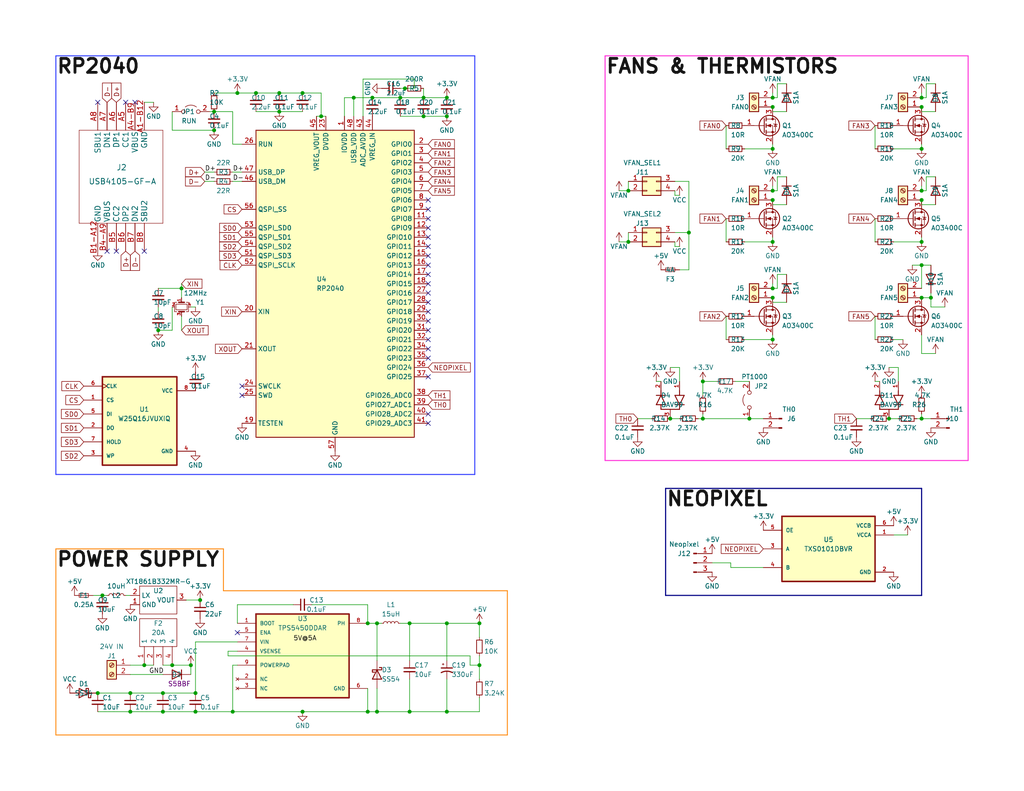
<source format=kicad_sch>
(kicad_sch (version 20211123) (generator eeschema)
  (paper "USLetter")
  (title_block (title "Better Klipper Expander") (rev "V1"))
  (junction (at 121.92 26.67))
  (junction (at 251.46 26.67))
  (junction (at 101.6 26.67))
  (junction (at 109.22 26.67))
  (junction (at 251.46 72.39))
  (junction (at 210.82 54.61))
  (junction (at 191.77 114.3))
  (junction (at 210.82 40.64))
  (junction (at 35.56 189.23))
  (junction (at 251.46 81.28))
  (junction (at 115.57 31.75))
  (junction (at 26.67 189.23))
  (junction (at 204.47 114.3))
  (junction (at 115.57 26.67))
  (junction (at 121.92 31.75))
  (junction (at 53.34 194.31))
  (junction (at 251.46 54.61))
  (junction (at 46.99 181.61))
  (junction (at 111.76 194.31))
  (junction (at 110.49 24.13))
  (junction (at 121.92 170.18))
  (junction (at 251.46 66.04))
  (junction (at 130.81 181.61))
  (junction (at 100.33 194.31))
  (junction (at 39.37 181.61))
  (junction (at 102.87 170.18))
  (junction (at 210.82 81.28))
  (junction (at 111.76 170.18))
  (junction (at 182.88 114.3))
  (junction (at 87.63 31.75))
  (junction (at 210.82 52.07))
  (junction (at 210.82 66.04))
  (junction (at 82.55 25.4))
  (junction (at 53.34 189.23))
  (junction (at 210.82 26.67))
  (junction (at 254 81.28))
  (junction (at 251.46 40.64))
  (junction (at 102.87 194.31))
  (junction (at 43.18 90.17))
  (junction (at 27.94 162.56))
  (junction (at 69.85 25.4))
  (junction (at 63.5 194.31))
  (junction (at 251.46 29.21))
  (junction (at 49.53 78.74))
  (junction (at 96.52 26.67))
  (junction (at 58.42 35.56))
  (junction (at 191.77 104.14))
  (junction (at 52.07 181.61))
  (junction (at 210.82 78.74))
  (junction (at 76.2 25.4))
  (junction (at 251.46 114.3))
  (junction (at 100.33 170.18))
  (junction (at 64.77 25.4))
  (junction (at 130.81 170.18))
  (junction (at 44.45 189.23))
  (junction (at 171.45 66.04))
  (junction (at 210.82 29.21))
  (junction (at 54.61 163.83))
  (junction (at 82.55 194.31))
  (junction (at 35.56 194.31))
  (junction (at 121.92 194.31))
  (junction (at 187.96 63.5))
  (junction (at 171.45 52.07))
  (junction (at 58.42 30.48))
  (junction (at 242.57 114.3))
  (junction (at 76.2 30.48))
  (junction (at 251.46 52.07))
  (junction (at 210.82 92.71))
  (junction (at 44.45 194.31))
  (no_connect (at 116.84 74.93))
  (no_connect (at 26.67 27.94))
  (no_connect (at 116.84 57.15))
  (no_connect (at 116.84 115.57))
  (no_connect (at 64.77 172.72))
  (no_connect (at 116.84 82.55))
  (no_connect (at 29.21 68.58))
  (no_connect (at 116.84 69.85))
  (no_connect (at 116.84 77.47))
  (no_connect (at 116.84 59.69))
  (no_connect (at 116.84 97.79))
  (no_connect (at 116.84 85.09))
  (no_connect (at 66.04 107.95))
  (no_connect (at 66.04 105.41))
  (no_connect (at 116.84 90.17))
  (no_connect (at 116.84 80.01))
  (no_connect (at 36.83 27.94))
  (no_connect (at 116.84 87.63))
  (no_connect (at 116.84 62.23))
  (no_connect (at 116.84 92.71))
  (no_connect (at 116.84 54.61))
  (no_connect (at 116.84 95.25))
  (no_connect (at 116.84 72.39))
  (no_connect (at 116.84 67.31))
  (no_connect (at 116.84 113.03))
  (no_connect (at 31.75 68.58))
  (no_connect (at 39.37 68.58))
  (no_connect (at 116.84 64.77))
  (no_connect (at 116.84 102.87))
  (no_connect (at 34.29 27.94))
  (wire (pts (xy 198.12 59.69) (xy 198.12 66.04)))
  (wire (pts (xy 199.39 154.94) (xy 208.28 154.94)))
  (wire (pts (xy 53.34 194.31) (xy 63.5 194.31)))
  (wire (pts (xy 191.77 104.14) (xy 195.58 104.14)))
  (wire (pts (xy 254 80.01) (xy 254 81.28)))
  (wire (pts (xy 58.42 25.4) (xy 64.77 25.4)))
  (wire (pts (xy 63.5 39.37) (xy 66.04 39.37)))
  (wire (pts (xy 191.77 104.14) (xy 191.77 107.95)))
  (polyline (pts (xy 15.24 15.24) (xy 15.24 129.54)) (stroke (width 0.25) (type solid) (color 32 46 255 1)))
  (wire (pts (xy 46.99 35.56) (xy 58.42 35.56)))
  (wire (pts (xy 251.46 25.4) (xy 251.46 26.67)))
  (wire (pts (xy 39.37 181.61) (xy 41.91 181.61)))
  (wire (pts (xy 96.52 26.67) (xy 101.6 26.67)))
  (wire (pts (xy 64.77 165.1) (xy 80.01 165.1)))
  (wire (pts (xy 255.27 48.26) (xy 252.73 48.26)))
  (polyline (pts (xy 138.43 200.66) (xy 138.43 161.29)) (stroke (width 0.25) (type solid) (color 255 136 12 1)))
  (wire (pts (xy 64.77 170.18) (xy 64.77 165.1)))
  (wire (pts (xy 88.9 31.75) (xy 87.63 31.75)))
  (wire (pts (xy 109.22 24.13) (xy 110.49 24.13)))
  (wire (pts (xy 100.33 170.18) (xy 102.87 170.18)))
  (wire (pts (xy 111.76 180.34) (xy 111.76 170.18)))
  (wire (pts (xy 184.15 67.31) (xy 185.42 67.31)))
  (wire (pts (xy 35.56 184.15) (xy 44.45 184.15)))
  (wire (pts (xy 109.22 26.67) (xy 115.57 26.67)))
  (wire (pts (xy 62.23 179.07) (xy 128.27 179.07)))
  (wire (pts (xy 255.27 22.86) (xy 252.73 22.86)))
  (wire (pts (xy 39.37 27.94) (xy 41.91 27.94)))
  (wire (pts (xy 171.45 49.53) (xy 171.45 52.07)))
  (wire (pts (xy 121.92 194.31) (xy 130.81 194.31)))
  (wire (pts (xy 243.84 40.64) (xy 251.46 40.64)))
  (wire (pts (xy 85.09 165.1) (xy 100.33 165.1)))
  (wire (pts (xy 238.76 34.29) (xy 238.76 40.64)))
  (wire (pts (xy 111.76 170.18) (xy 121.92 170.18)))
  (wire (pts (xy 63.5 194.31) (xy 82.55 194.31)))
  (wire (pts (xy 184.15 66.04) (xy 184.15 67.31)))
  (wire (pts (xy 210.82 77.47) (xy 210.82 78.74)))
  (wire (pts (xy 52.07 83.82) (xy 53.34 83.82)))
  (wire (pts (xy 252.73 26.67) (xy 251.46 26.67)))
  (wire (pts (xy 64.77 25.4) (xy 69.85 25.4)))
  (wire (pts (xy 26.67 194.31) (xy 35.56 194.31)))
  (wire (pts (xy 214.63 74.93) (xy 212.09 74.93)))
  (wire (pts (xy 102.87 194.31) (xy 111.76 194.31)))
  (wire (pts (xy 252.73 48.26) (xy 252.73 52.07)))
  (wire (pts (xy 242.57 114.3) (xy 245.11 114.3)))
  (wire (pts (xy 96.52 26.67) (xy 96.52 31.75)))
  (wire (pts (xy 63.5 46.99) (xy 66.04 46.99)))
  (wire (pts (xy 251.46 30.48) (xy 255.27 30.48)))
  (bus (pts (xy 251.46 133.35) (xy 181.61 133.35)))
  (wire (pts (xy 35.56 181.61) (xy 39.37 181.61)))
  (wire (pts (xy 99.06 21.59) (xy 99.06 31.75)))
  (wire (pts (xy 93.98 31.75) (xy 93.98 26.67)))
  (wire (pts (xy 35.56 194.31) (xy 44.45 194.31)))
  (wire (pts (xy 50.8 163.83) (xy 54.61 163.83)))
  (wire (pts (xy 187.96 49.53) (xy 184.15 49.53)))
  (wire (pts (xy 121.92 185.42) (xy 121.92 194.31)))
  (wire (pts (xy 64.77 177.8) (xy 62.23 177.8)))
  (wire (pts (xy 69.85 25.4) (xy 76.2 25.4)))
  (wire (pts (xy 168.91 66.04) (xy 171.45 66.04)))
  (wire (pts (xy 190.5 114.3) (xy 191.77 114.3)))
  (wire (pts (xy 44.45 194.31) (xy 53.34 194.31)))
  (wire (pts (xy 184.15 52.07) (xy 184.15 53.34)))
  (wire (pts (xy 87.63 31.75) (xy 86.36 31.75)))
  (bus (pts (xy 181.61 133.35) (xy 181.61 162.56)))
  (wire (pts (xy 69.85 30.48) (xy 76.2 30.48)))
  (wire (pts (xy 113.03 24.13) (xy 110.49 24.13)))
  (wire (pts (xy 210.82 55.88) (xy 214.63 55.88)))
  (wire (pts (xy 113.03 24.13) (xy 113.03 21.59)))
  (wire (pts (xy 212.09 74.93) (xy 212.09 78.74)))
  (wire (pts (xy 26.67 189.23) (xy 35.56 189.23)))
  (wire (pts (xy 212.09 26.67) (xy 210.82 26.67)))
  (wire (pts (xy 184.15 63.5) (xy 187.96 63.5)))
  (wire (pts (xy 251.46 72.39) (xy 254 72.39)))
  (wire (pts (xy 243.84 92.71) (xy 246.38 92.71)))
  (wire (pts (xy 43.18 90.17) (xy 46.99 90.17)))
  (wire (pts (xy 49.53 81.28) (xy 49.53 78.74)))
  (wire (pts (xy 121.92 180.34) (xy 121.92 170.18)))
  (wire (pts (xy 104.14 170.18) (xy 102.87 170.18)))
  (wire (pts (xy 251.46 55.88) (xy 255.27 55.88)))
  (wire (pts (xy 62.23 177.8) (xy 62.23 179.07)))
  (wire (pts (xy 130.81 170.18) (xy 121.92 170.18)))
  (wire (pts (xy 254 83.82) (xy 254 81.28)))
  (wire (pts (xy 203.2 92.71) (xy 210.82 92.71)))
  (wire (pts (xy 198.12 86.36) (xy 198.12 92.71)))
  (bus (pts (xy 264.16 15.24) (xy 264.16 125.73)) (stroke (width 0.25) (color 255 33 214 1)))
  (wire (pts (xy 210.82 30.48) (xy 214.63 30.48)))
  (wire (pts (xy 63.5 39.37) (xy 63.5 30.48)))
  (polyline (pts (xy 15.24 200.66) (xy 138.43 200.66)) (stroke (width 0.25) (type solid) (color 255 136 12 1)))
  (wire (pts (xy 115.57 26.67) (xy 121.92 26.67)))
  (wire (pts (xy 251.46 113.03) (xy 251.46 114.3)))
  (polyline (pts (xy 129.54 15.24) (xy 129.54 129.54)) (stroke (width 0.25) (type solid) (color 32 46 255 1)))
  (wire (pts (xy 46.99 83.82) (xy 46.99 90.17)))
  (wire (pts (xy 115.57 31.75) (xy 121.92 31.75)))
  (wire (pts (xy 130.81 190.5) (xy 130.81 194.31)))
  (wire (pts (xy 179.07 104.14) (xy 180.34 104.14)))
  (wire (pts (xy 200.66 104.14) (xy 204.47 104.14)))
  (wire (pts (xy 251.46 81.28) (xy 254 81.28)))
  (wire (pts (xy 82.55 25.4) (xy 87.63 25.4)))
  (wire (pts (xy 185.42 100.33) (xy 185.42 104.14)))
  (wire (pts (xy 53.34 175.26) (xy 64.77 175.26)))
  (wire (pts (xy 113.03 21.59) (xy 99.06 21.59)))
  (wire (pts (xy 210.82 39.37) (xy 210.82 40.64)))
  (wire (pts (xy 76.2 25.4) (xy 82.55 25.4)))
  (wire (pts (xy 251.46 50.8) (xy 251.46 52.07)))
  (polyline (pts (xy 15.24 149.86) (xy 15.24 200.66)) (stroke (width 0.25) (type solid) (color 255 136 12 1)))
  (wire (pts (xy 43.18 78.74) (xy 49.53 78.74)))
  (wire (pts (xy 203.2 40.64) (xy 210.82 40.64)))
  (wire (pts (xy 102.87 170.18) (xy 102.87 180.34)))
  (wire (pts (xy 210.82 64.77) (xy 210.82 66.04)))
  (wire (pts (xy 214.63 22.86) (xy 212.09 22.86)))
  (wire (pts (xy 238.76 59.69) (xy 238.76 66.04)))
  (wire (pts (xy 49.53 77.47) (xy 49.53 78.74)))
  (wire (pts (xy 35.56 189.23) (xy 44.45 189.23)))
  (wire (pts (xy 251.46 114.3) (xy 254 114.3)))
  (wire (pts (xy 257.81 83.82) (xy 254 83.82)))
  (wire (pts (xy 44.45 181.61) (xy 46.99 181.61)))
  (polyline (pts (xy 60.96 149.86) (xy 60.96 161.29)) (stroke (width 0.25) (type solid) (color 255 136 12 1)))
  (wire (pts (xy 204.47 114.3) (xy 208.28 114.3)))
  (wire (pts (xy 58.42 30.48) (xy 63.5 30.48)))
  (wire (pts (xy 82.55 194.31) (xy 100.33 194.31)))
  (wire (pts (xy 100.33 194.31) (xy 102.87 194.31)))
  (wire (pts (xy 194.31 153.67) (xy 199.39 153.67)))
  (wire (pts (xy 243.84 146.05) (xy 247.65 146.05)))
  (wire (pts (xy 46.99 30.48) (xy 46.99 35.56)))
  (polyline (pts (xy 15.24 15.24) (xy 129.54 15.24)) (stroke (width 0.25) (type solid) (color 32 46 255 1)))
  (wire (pts (xy 251.46 72.39) (xy 251.46 78.74)))
  (wire (pts (xy 128.27 179.07) (xy 128.27 181.61)))
  (wire (pts (xy 210.82 55.88) (xy 210.82 54.61)))
  (wire (pts (xy 100.33 165.1) (xy 100.33 170.18)))
  (wire (pts (xy 46.99 181.61) (xy 52.07 181.61)))
  (wire (pts (xy 184.15 53.34) (xy 185.42 53.34)))
  (polyline (pts (xy 15.24 129.54) (xy 129.54 129.54)) (stroke (width 0.25) (type solid) (color 32 46 255 1)))
  (wire (pts (xy 214.63 48.26) (xy 212.09 48.26)))
  (wire (pts (xy 210.82 91.44) (xy 210.82 92.71)))
  (wire (pts (xy 55.88 46.99) (xy 58.42 46.99)))
  (wire (pts (xy 100.33 194.31) (xy 100.33 187.96)))
  (wire (pts (xy 53.34 189.23) (xy 53.34 175.26)))
  (bus (pts (xy 264.16 15.24) (xy 165.1 15.24)) (stroke (width 0.25) (color 255 33 214 1)))
  (wire (pts (xy 212.09 48.26) (xy 212.09 52.07)))
  (wire (pts (xy 187.96 63.5) (xy 187.96 73.66)))
  (wire (pts (xy 191.77 114.3) (xy 204.47 114.3)))
  (wire (pts (xy 27.94 162.56) (xy 29.21 162.56)))
  (wire (pts (xy 251.46 39.37) (xy 251.46 40.64)))
  (wire (pts (xy 248.92 72.39) (xy 251.46 72.39)))
  (wire (pts (xy 102.87 187.96) (xy 102.87 194.31)))
  (wire (pts (xy 243.84 66.04) (xy 251.46 66.04)))
  (wire (pts (xy 238.76 86.36) (xy 238.76 92.71)))
  (wire (pts (xy 212.09 52.07) (xy 210.82 52.07)))
  (wire (pts (xy 101.6 26.67) (xy 109.22 26.67)))
  (wire (pts (xy 173.99 114.3) (xy 177.8 114.3)))
  (wire (pts (xy 63.5 181.61) (xy 64.77 181.61)))
  (wire (pts (xy 203.2 66.04) (xy 210.82 66.04)))
  (wire (pts (xy 251.46 91.44) (xy 251.46 96.52)))
  (polyline (pts (xy 60.96 161.29) (xy 138.43 161.29)) (stroke (width 0.25) (type solid) (color 255 136 12 1)))
  (wire (pts (xy 251.46 64.77) (xy 251.46 66.04)))
  (wire (pts (xy 182.88 100.33) (xy 185.42 100.33)))
  (wire (pts (xy 115.57 24.13) (xy 115.57 26.67)))
  (bus (pts (xy 165.1 15.24) (xy 165.1 125.73)) (stroke (width 0.25) (color 255 33 214 1)))
  (wire (pts (xy 109.22 170.18) (xy 111.76 170.18)))
  (wire (pts (xy 63.5 181.61) (xy 63.5 194.31)))
  (wire (pts (xy 130.81 179.07) (xy 130.81 181.61)))
  (wire (pts (xy 25.4 162.56) (xy 27.94 162.56)))
  (wire (pts (xy 34.29 162.56) (xy 35.56 162.56)))
  (wire (pts (xy 242.57 100.33) (xy 245.11 100.33)))
  (wire (pts (xy 185.42 73.66) (xy 187.96 73.66)))
  (wire (pts (xy 111.76 185.42) (xy 111.76 194.31)))
  (wire (pts (xy 233.68 114.3) (xy 237.49 114.3)))
  (wire (pts (xy 63.5 49.53) (xy 66.04 49.53)))
  (bus (pts (xy 251.46 133.35) (xy 251.46 162.56)))
  (wire (pts (xy 245.11 100.33) (xy 245.11 104.14)))
  (wire (pts (xy 210.82 30.48) (xy 210.82 29.21)))
  (wire (pts (xy 251.46 96.52) (xy 255.27 96.52)))
  (wire (pts (xy 182.88 114.3) (xy 185.42 114.3)))
  (wire (pts (xy 212.09 22.86) (xy 212.09 26.67)))
  (wire (pts (xy 111.76 194.31) (xy 121.92 194.31)))
  (polyline (pts (xy 60.96 149.86) (xy 15.24 149.86)) (stroke (width 0.25) (type solid) (color 255 136 12 1)))
  (wire (pts (xy 212.09 78.74) (xy 210.82 78.74)))
  (wire (pts (xy 128.27 181.61) (xy 130.81 181.61)))
  (wire (pts (xy 43.18 83.82) (xy 43.18 85.09)))
  (wire (pts (xy 55.88 49.53) (xy 58.42 49.53)))
  (wire (pts (xy 199.39 153.67) (xy 199.39 154.94)))
  (wire (pts (xy 210.82 82.55) (xy 214.63 82.55)))
  (wire (pts (xy 53.34 189.23) (xy 44.45 189.23)))
  (wire (pts (xy 52.07 184.15) (xy 52.07 181.61)))
  (wire (pts (xy 49.53 86.36) (xy 49.53 90.17)))
  (wire (pts (xy 251.46 55.88) (xy 251.46 54.61)))
  (wire (pts (xy 76.2 30.48) (xy 82.55 30.48)))
  (wire (pts (xy 109.22 31.75) (xy 115.57 31.75)))
  (wire (pts (xy 93.98 26.67) (xy 96.52 26.67)))
  (wire (pts (xy 171.45 63.5) (xy 171.45 66.04)))
  (wire (pts (xy 130.81 173.99) (xy 130.81 170.18)))
  (wire (pts (xy 250.19 114.3) (xy 251.46 114.3)))
  (wire (pts (xy 210.82 50.8) (xy 210.82 52.07)))
  (bus (pts (xy 165.1 125.73) (xy 264.16 125.73)) (stroke (width 0.25) (color 255 33 214 1)))
  (wire (pts (xy 252.73 22.86) (xy 252.73 26.67)))
  (bus (pts (xy 181.61 162.56) (xy 251.46 162.56)))
  (wire (pts (xy 198.12 34.29) (xy 198.12 40.64)))
  (wire (pts (xy 168.91 52.07) (xy 171.45 52.07)))
  (wire (pts (xy 87.63 25.4) (xy 87.63 31.75)))
  (wire (pts (xy 187.96 49.53) (xy 187.96 63.5)))
  (wire (pts (xy 252.73 52.07) (xy 251.46 52.07)))
  (wire (pts (xy 210.82 82.55) (xy 210.82 81.28)))
  (wire (pts (xy 251.46 30.48) (xy 251.46 29.21)))
  (wire (pts (xy 58.42 30.48) (xy 57.15 30.48)))
  (wire (pts (xy 191.77 113.03) (xy 191.77 114.3)))
  (wire (pts (xy 210.82 25.4) (xy 210.82 26.67)))
  (wire (pts (xy 238.76 104.14) (xy 240.03 104.14)))
  (wire (pts (xy 130.81 181.61) (xy 130.81 185.42)))
  (label "RP2040" (at 15.24 21.59 0) (effects (font (size 3.81 3.81) (thickness 0.762) bold)))
  (label "D+" (at 63.5 46.99 0))
  (label "5V@5A" (at 80.01 175.26 0))
  (label "D+" (at 55.88 46.99 0))
  (label "D-" (at 55.88 49.53 0))
  (label "NEOPIXEL" (at 181.61 139.7 0) (effects (font (size 3.81 3.81) (thickness 0.762) bold)))
  (label "FANS & THERMISTORS" (at 165.1 21.59 0) (effects (font (size 3.81 3.81) (thickness 0.762) bold)))
  (label "POWER SUPPLY" (at 15.24 156.21 0) (effects (font (size 3.81 3.81) (thickness 0.762) bold)))
  (label "GND" (at 40.64 184.15 0))
  (label "D-" (at 63.5 49.53 0))
  (global_label "NEOPIXEL" (shape input) (at 208.28 149.86 180) (property "Intersheet References" "${INTERSHEET_REFS}" (effects hide)))
  (global_label "SD3" (shape input) (at 22.86 120.65 180) (property "Intersheet References" "${INTERSHEET_REFS}" (effects hide)))
  (global_label "FAN3" (shape input) (at 238.76 34.29 180) (property "Intersheet References" "${INTERSHEET_REFS}" (effects hide)))
  (global_label "CS" (shape input) (at 66.04 57.15 180) (property "Intersheet References" "${INTERSHEET_REFS}" (effects hide)))
  (global_label "XOUT" (shape input) (at 49.53 90.17 0) (property "Intersheet References" "${INTERSHEET_REFS}" (effects hide)))
  (global_label "SD3" (shape input) (at 66.04 69.85 180) (property "Intersheet References" "${INTERSHEET_REFS}" (effects hide)))
  (global_label "FAN1" (shape input) (at 198.12 59.69 180) (property "Intersheet References" "${INTERSHEET_REFS}" (effects hide)))
  (global_label "TH1" (shape input) (at 116.84 107.95 0) (property "Intersheet References" "${INTERSHEET_REFS}" (effects hide)))
  (global_label "FAN3" (shape input) (at 116.84 46.99 0) (property "Intersheet References" "${INTERSHEET_REFS}" (effects hide)))
  (global_label "TH0" (shape input) (at 173.99 114.3 180) (property "Intersheet References" "${INTERSHEET_REFS}" (effects hide)))
  (global_label "FAN1" (shape input) (at 116.84 41.91 0) (property "Intersheet References" "${INTERSHEET_REFS}" (effects hide)))
  (global_label "SD2" (shape input) (at 66.04 67.31 180) (property "Intersheet References" "${INTERSHEET_REFS}" (effects hide)))
  (global_label "D-" (shape input) (at 55.88 49.53 180) (property "Intersheet References" "${INTERSHEET_REFS}" (effects hide)))
  (global_label "FAN2" (shape input) (at 198.12 86.36 180) (property "Intersheet References" "${INTERSHEET_REFS}" (effects hide)))
  (global_label "FAN5" (shape input) (at 116.84 52.07 0) (property "Intersheet References" "${INTERSHEET_REFS}" (effects hide)))
  (global_label "XIN" (shape input) (at 49.53 77.47 0) (property "Intersheet References" "${INTERSHEET_REFS}" (effects hide)))
  (global_label "SD2" (shape input) (at 22.86 124.46 180) (property "Intersheet References" "${INTERSHEET_REFS}" (effects hide)))
  (global_label "D+" (shape input) (at 55.88 46.99 180) (property "Intersheet References" "${INTERSHEET_REFS}" (effects hide)))
  (global_label "FAN4" (shape input) (at 238.76 59.69 180) (property "Intersheet References" "${INTERSHEET_REFS}" (effects hide)))
  (global_label "XOUT" (shape input) (at 66.04 95.25 180) (property "Intersheet References" "${INTERSHEET_REFS}" (effects hide)))
  (global_label "FAN5" (shape input) (at 238.76 86.36 180) (property "Intersheet References" "${INTERSHEET_REFS}" (effects hide)))
  (global_label "D-" (shape input) (at 29.21 27.94 90) (property "Intersheet References" "${INTERSHEET_REFS}" (effects hide)))
  (global_label "CLK" (shape input) (at 66.04 72.39 180) (property "Intersheet References" "${INTERSHEET_REFS}" (effects hide)))
  (global_label "SD0" (shape input) (at 22.86 113.03 180) (property "Intersheet References" "${INTERSHEET_REFS}" (effects hide)))
  (global_label "D-" (shape input) (at 36.83 68.58 270) (property "Intersheet References" "${INTERSHEET_REFS}" (effects hide)))
  (global_label "SD1" (shape input) (at 22.86 116.84 180) (property "Intersheet References" "${INTERSHEET_REFS}" (effects hide)))
  (global_label "TH1" (shape input) (at 233.68 114.3 180) (property "Intersheet References" "${INTERSHEET_REFS}" (effects hide)))
  (global_label "D+" (shape input) (at 31.75 27.94 90) (property "Intersheet References" "${INTERSHEET_REFS}" (effects hide)))
  (global_label "SD1" (shape input) (at 66.04 64.77 180) (property "Intersheet References" "${INTERSHEET_REFS}" (effects hide)))
  (global_label "TH0" (shape input) (at 116.84 110.49 0) (property "Intersheet References" "${INTERSHEET_REFS}" (effects hide)))
  (global_label "FAN4" (shape input) (at 116.84 49.53 0) (property "Intersheet References" "${INTERSHEET_REFS}" (effects hide)))
  (global_label "CLK" (shape input) (at 22.86 105.41 180) (property "Intersheet References" "${INTERSHEET_REFS}" (effects hide)))
  (global_label "SD0" (shape input) (at 66.04 62.23 180) (property "Intersheet References" "${INTERSHEET_REFS}" (effects hide)))
  (global_label "XIN" (shape input) (at 66.04 85.09 180) (property "Intersheet References" "${INTERSHEET_REFS}" (effects hide)))
  (global_label "D+" (shape input) (at 34.29 68.58 270) (property "Intersheet References" "${INTERSHEET_REFS}" (effects hide)))
  (global_label "FAN0" (shape input) (at 116.84 39.37 0) (property "Intersheet References" "${INTERSHEET_REFS}" (effects hide)))
  (global_label "CS" (shape input) (at 22.86 109.22 180) (property "Intersheet References" "${INTERSHEET_REFS}" (effects hide)))
  (global_label "FAN0" (shape input) (at 198.12 34.29 180) (property "Intersheet References" "${INTERSHEET_REFS}" (effects hide)))
  (global_label "FAN2" (shape input) (at 116.84 44.45 0) (property "Intersheet References" "${INTERSHEET_REFS}" (effects hide)))
  (global_label "NEOPIXEL" (shape input) (at 116.84 100.33 0) (property "Intersheet References" "${INTERSHEET_REFS}" (effects hide)))
  (symbol (lib_id "Device:C_Small") (at 26.67 191.77 0) (unit 1)
    (property "Reference" "C1" (at 27.94 190.5062 0) (effects (justify left)))
    (property "Value" "10uF" (at 27.94 193.0462 0) (effects (justify left)))
    (property "Footprint" "Capacitor_SMD:C_0805_2012Metric" (effects hide))
    (property "Datasheet" "https://datasheet.lcsc.com/lcsc/2004251506_Murata-Electronics-GRM21BR61H106KE43L_C440198.pdf" (effects hide))
    (property "MANUFACTURER" "Murata" (effects hide))
  )
  (symbol (lib_id "power:+3.3V") (at 251.46 107.95 0) (unit 1)
    (property "Reference" "#PWR0110" (effects hide))
    (property "Value" "+3.3V" (at 251.46 104.14 0))
  )
  (symbol (lib_id "power:GND") (at 210.82 40.64 0) (unit 1)
    (property "Reference" "#PWR0102" (effects hide))
    (property "Value" "GND" (at 210.82 44.45 0))
  )
  (symbol (lib_id "power:GND") (at 82.55 194.31 0) (unit 1)
    (property "Reference" "#PWR015" (effects hide))
    (property "Value" "GND" (at 82.55 198.12 0))
  )
  (symbol (lib_id "power:GND") (at 173.99 119.38 0) (unit 1)
    (property "Reference" "#PWR0123" (effects hide))
    (property "Value" "GND" (at 173.99 123.19 0))
  )
  (symbol (lib_id "power:GND") (at 53.34 123.19 0) (unit 1)
    (property "Reference" "#PWR01" (effects hide))
    (property "Value" "GND" (at 53.34 127 0))
  )
  (symbol (lib_id "Device:L_Small") (at 31.75 162.56 90) (unit 1)
    (property "Reference" "L2" (at 31.75 162.56 90))
    (property "Value" "10uH" (at 31.75 160.02 90))
    (property "Footprint" "Fuse:Fuse_0805_2012Metric" (effects hide))
  )
  (symbol (lib_id "Device:C_Small") (at 69.85 27.94 0) (unit 1)
    (property "Reference" "C10" (at 68.58 26.67 0) (effects (justify left)))
    (property "Value" "2.2uF" (at 68.58 29.21 0) (effects (justify left)))
    (property "Footprint" "Capacitor_SMD:C_0805_2012Metric" (effects hide))
  )
  (symbol (lib_id "power:VCC") (at 52.07 181.61 0) (unit 1)
    (property "Reference" "#PWR07" (effects hide))
    (property "Value" "VCC" (at 52.07 177.8 0))
  )
  (symbol (lib_id "Power:VFAN1") (at 210.82 50.8 0) (unit 1)
    (property "Reference" "#PWR0112" (effects hide))
    (property "Value" "VFAN1" (at 210.82 46.99 0))
  )
  (symbol (lib_id "Diode:1N4007") (at 255.27 26.67 270) (unit 1)
    (property "Reference" "D8" (at 255.27 26.67 0))
    (property "Value" "S1A" (at 257.81 26.67 0))
    (property "Footprint" "Diode_SMD:D_SMA" (effects hide))
  )
  (symbol (lib_id "Device:R_Small") (at 241.3 40.64 270) (unit 1)
    (property "Reference" "R19" (at 240.03 40.64 90) (effects (justify left)))
    (property "Value" "20K" (at 240.03 43.18 90) (effects (justify left)))
    (property "Footprint" "Resistor_SMD:R_0805_2012Metric" (effects hide))
    (property "Datasheet" "https://datasheet.lcsc.com/lcsc/2008171905_YAGEO-AT0805BRD0720KL_C723531.pdf" (effects hide))
    (property "MANUFACTURER" "YAGEO" (effects hide))
  )
  (symbol (lib_id "Device:R_Small") (at 191.77 110.49 180) (unit 1)
    (property "Reference" "R16" (at 194.31 110.49 0) (effects (justify left)))
    (property "Value" "4.7K" (at 194.31 107.95 0) (effects (justify left)))
    (property "Footprint" "Resistor_SMD:R_0805_2012Metric" (effects hide))
    (property "Datasheet" "https://datasheet.lcsc.com/lcsc/2004071032_PANASONIC-ERA6AEB472V_C473295.pdf" (effects hide))
    (property "MANUFACTURER" "Panasonic" (effects hide))
  )
  (symbol (lib_id "power:+3.3V") (at 179.07 104.14 0) (unit 1)
    (property "Reference" "#PWR0121" (effects hide))
    (property "Value" "+3.3V" (at 179.07 100.33 0))
  )
  (symbol (lib_id "power:GND") (at 91.44 123.19 0) (unit 1)
    (property "Reference" "#PWR017" (effects hide))
    (property "Value" "GND" (at 91.44 127 0))
  )
  (symbol (lib_id "Device:Fuse_Small") (at 22.86 162.56 180) (unit 1)
    (property "Reference" "F1" (at 22.86 162.56 0))
    (property "Value" "0.25A" (at 22.86 165.1 0))
    (property "Footprint" "Fuse:Fuse_0603_1608Metric_Pad1.05x0.95mm_HandSolder" (effects hide))
    (property "MANUFACTURER" "BNstar" (effects hide))
  )
  (symbol (lib_id "TXS0101DBVR:TXS0101DBVR") (at 226.06 149.86 0) (unit 1)
    (property "Reference" "U5" (at 226.06 147.32 0))
    (property "Value" "TXS0101DBVR" (at 226.06 149.86 0))
    (property "Footprint" "SOT95P280X145-6N" (effects hide))
    (property "Datasheet" "http://www.ti.com/cn/lit/gpn/txs0101" (effects hide))
    (property "MANUFACTURER" "Texas Instruments" (effects hide))
  )
  (symbol (lib_id "Connector:Conn_01x02_Male") (at 213.36 114.3 0) (mirror y) (unit 1)
    (property "Reference" "J6" (at 217.17 114.3 0) (effects (justify left)))
    (property "Value" "TH0" (at 217.17 111.76 0) (effects (justify left)))
    (property "Footprint" "Connector_JST:JST_XH_B2B-XH-A_1x02_P2.50mm_Vertical" (effects hide))
    (property "Datasheet" "https://datasheet.lcsc.com/lcsc/2110211930_HCTL-XH-2A-B_C2908598.pdf" (effects hide))
    (property "MANUFACTURER" "HCTL" (effects hide))
  )
  (symbol (lib_id "Device:C_Polarized_Small_US") (at 121.92 182.88 0) (unit 1)
    (property "Reference" "C19" (at 123.19 181.61 0) (effects (justify left)))
    (property "Value" "330uF" (at 123.19 184.15 0) (effects (justify left)))
    (property "Footprint" "Capacitor_THT:CP_Radial_D8.0mm_P3.50mm" (effects hide))
    (property "Datasheet" "https://datasheet.lcsc.com/lcsc/1912111437_PANASONIC-EEUFS1V331L_C407992.pdf" (effects hide))
    (property "MANUFACTURER" "Panasonic" (effects hide))
  )
  (symbol (lib_id "power:GND") (at 246.38 92.71 0) (unit 1)
    (property "Reference" "#PWR0117" (effects hide))
    (property "Value" "GND" (at 246.38 96.52 0))
  )
  (symbol (lib_id "power:GND") (at 254 116.84 0) (unit 1)
    (property "Reference" "#PWR0106" (effects hide))
    (property "Value" "GND" (at 254 120.65 0))
  )
  (symbol (lib_id "power:GND") (at 66.04 115.57 0) (unit 1)
    (property "Reference" "#PWR013" (effects hide))
    (property "Value" "GND" (at 66.04 119.38 0))
  )
  (symbol (lib_id "Device:Fuse_Small") (at 182.88 73.66 180) (unit 1)
    (property "Reference" "F3" (at 182.88 76.2 0))
    (property "Value" "4A" (at 182.88 73.66 0))
    (property "Footprint" "Fuse:Fuse_0805_2012Metric" (effects hide))
    (property "Datasheet" "https://datasheet.lcsc.com/lcsc/1809261813_TECHFUSE-SL0805200_C70158.pdf" (effects hide))
    (property "MANUFACTURER" "TECHFUSE" (effects hide))
  )
  (symbol (lib_id "Device:C_Small") (at 27.94 165.1 0) (unit 1)
    (property "Reference" "C9" (at 26.67 163.83 0) (effects (justify left)))
    (property "Value" "10uF" (at 26.67 166.37 0) (effects (justify left)))
    (property "Footprint" "Capacitor_SMD:C_0805_2012Metric" (effects hide))
    (property "Datasheet" "https://datasheet.lcsc.com/lcsc/1811031131_Murata-Electronics-GRM21BR61E226ME44L_C86816.pdf" (effects hide))
    (property "MANUFACTURER" "Murata" (effects hide))
  )
  (symbol (lib_id "Device:C_Small") (at 76.2 27.94 0) (unit 1)
    (property "Reference" "C11" (at 74.93 26.67 0) (effects (justify left)))
    (property "Value" "0.1uF" (at 74.93 29.21 0) (effects (justify left)))
    (property "Footprint" "Capacitor_SMD:C_0805_2012Metric" (effects hide))
  )
  (symbol (lib_id "Device:R_Small") (at 200.66 34.29 270) (unit 1)
    (property "Reference" "R8" (at 199.39 34.29 90) (effects (justify left)))
    (property "Value" "10R" (at 199.39 36.83 90) (effects (justify left)))
    (property "Footprint" "Resistor_SMD:R_0805_2012Metric" (effects hide))
    (property "Datasheet" "https://www.yageo.com/upload/media/product/productsearch/datasheet/rchip/PYu-SR_D_F%20tol_RoHS_L_4.pdf" (effects hide))
    (property "MANUFACTURER" "YAGEO" (effects hide))
  )
  (symbol (lib_id "Device:R_Small") (at 241.3 92.71 270) (unit 1)
    (property "Reference" "R23" (at 240.03 92.71 90) (effects (justify left)))
    (property "Value" "20K" (at 240.03 95.25 90) (effects (justify left)))
    (property "Footprint" "Resistor_SMD:R_0805_2012Metric" (effects hide))
    (property "Datasheet" "https://datasheet.lcsc.com/lcsc/2008171905_YAGEO-AT0805BRD0720KL_C723531.pdf" (effects hide))
    (property "MANUFACTURER" "YAGEO" (effects hide))
  )
  (symbol (lib_id "power:GND") (at 208.28 116.84 0) (unit 1)
    (property "Reference" "#PWR0109" (effects hide))
    (property "Value" "GND" (at 208.28 120.65 0))
  )
  (symbol (lib_id "power:GND") (at 243.84 156.21 0) (unit 1)
    (property "Reference" "#PWR019" (effects hide))
    (property "Value" "GND" (at 243.84 160.02 0))
  )
  (symbol (lib_id "Diode:1N4007") (at 214.63 52.07 270) (unit 1)
    (property "Reference" "D6" (at 214.63 52.07 0))
    (property "Value" "S1A" (at 217.17 52.07 0))
    (property "Footprint" "Diode_SMD:D_SMA" (effects hide))
  )
  (symbol (lib_id "power:+3.3V") (at 247.65 146.05 0) (unit 1)
    (property "Reference" "#PWR020" (effects hide))
    (property "Value" "+3.3V" (at 247.65 142.24 0))
  )
  (symbol (lib_id "power:VCC") (at 19.05 189.23 0) (unit 1)
    (property "Reference" "#PWR05" (effects hide))
    (property "Value" "VCC" (at 19.05 185.42 0))
  )
  (symbol (lib_id "Device:R_Small") (at 200.66 40.64 270) (unit 1)
    (property "Reference" "R9" (at 199.39 40.64 90) (effects (justify left)))
    (property "Value" "20K" (at 199.39 43.18 90) (effects (justify left)))
    (property "Footprint" "Resistor_SMD:R_0805_2012Metric" (effects hide))
    (property "Datasheet" "https://datasheet.lcsc.com/lcsc/2008171905_YAGEO-AT0805BRD0720KL_C723531.pdf" (effects hide))
    (property "MANUFACTURER" "YAGEO" (effects hide))
  )
  (symbol (lib_id "power:GND") (at 53.34 83.82 0) (unit 1)
    (property "Reference" "#PWR025" (effects hide))
    (property "Value" "GND" (at 53.34 87.63 0))
  )
  (symbol (lib_id "Device:C_Small") (at 58.42 33.02 180) (unit 1)
    (property "Reference" "C4" (at 57.15 31.7435 0) (effects (justify right)))
    (property "Value" "0.1uF" (at 57.15 34.29 0) (effects (justify right)))
    (property "Footprint" "Capacitor_SMD:C_0805_2012Metric" (effects hide))
    (property "Datasheet" "https://datasheet.lcsc.com/lcsc/1811081810_Samsung-Electro-Mechanics-CL21B104JBCNNNC_C62912.pdf" (effects hide))
    (property "MANUFACTURER" "Samsung Electro Mechanics" (effects hide))
  )
  (symbol (lib_id "Connector_Generic:Conn_02x02_Top_Bottom") (at 176.53 49.53 0) (unit 1)
    (property "Reference" "J11" (at 175.26 46.99 0))
    (property "Value" "VFAN_SEL1" (at 175.26 44.45 0))
    (property "Footprint" "Connector_PinHeader_2.54mm:PinHeader_2x02_P2.54mm_Vertical" (effects hide))
  )
  (symbol (lib_id "power:+3.3V") (at 121.92 26.67 0) (unit 1)
    (property "Reference" "#PWR022" (effects hide))
    (property "Value" "+3.3V" (at 121.92 22.86 0))
  )
  (symbol (lib_id "Device:C_Small") (at 43.18 87.63 0) (unit 1)
    (property "Reference" "C8" (at 41.91 86.36 0) (effects (justify left)))
    (property "Value" "10pF" (at 41.91 88.9 0) (effects (justify left)))
    (property "Footprint" "Capacitor_SMD:C_0603_1608Metric" (effects hide))
  )
  (symbol (lib_id "power:GND") (at 248.92 72.39 0) (unit 1)
    (property "Reference" "#PWR0128" (effects hide))
    (property "Value" "GND" (at 248.92 76.2 0))
  )
  (symbol (lib_id "01000063Z:01000063Z") (at 39.37 181.61 90) (unit 1)
    (property "Reference" "F2" (at 43.18 170.18 90))
    (property "Value" "20A" (at 43.18 172.72 90))
    (property "Footprint" "01000063Z" (effects hide))
    (property "Datasheet" "https://datasheet.lcsc.com/lcsc/2201121700_DEALON-BX505-33_C2935870.pdf" (effects hide))
    (property "MANUFACTURER" "DEALON" (effects hide))
  )
  (symbol (lib_id "XT1861B332MR-G:XT1861B332MR-G") (at 43.18 158.75 0) (unit 1)
    (property "Reference" "U2" (at 43.18 161.29 0))
    (property "Value" "XT1861B332MR-G" (at 43.18 158.75 0))
    (property "Footprint" "Package_TO_SOT_SMD:SOT-23" (effects hide))
    (property "Datasheet" "https://datasheet.lcsc.com/lcsc/1809140225_NATLINEAR-XT1861B332MR-G_C236396.pdf" (effects hide))
    (property "MANUFACTURER" "NATLINEAR" (effects hide))
  )
  (symbol (lib_id "Power:VFAN2") (at 251.46 25.4 0) (unit 1)
    (property "Reference" "#PWR0127" (effects hide))
    (property "Value" "VFAN2" (at 251.46 21.59 0))
  )
  (symbol (lib_id "Transistor_FET:AO3400A") (at 248.92 34.29 0) (unit 1)
    (property "Reference" "Q4" (at 254 34.29 0) (effects (justify left)))
    (property "Value" "AO3400C" (at 254 36.83 0) (effects (justify left)))
    (property "Footprint" "Package_TO_SOT_SMD:SOT-23" (effects hide))
    (property "Datasheet" "https://datasheet.lcsc.com/lcsc/2009081033_Alpha---Omega-Semicon-AO3400C_C541722.pdf" (effects hide))
    (property "MANUFACTURER" "Alpha & Omega Semiconductor" (effects hide))
  )
  (symbol (lib_id "Device:R_Small") (at 241.3 34.29 270) (unit 1)
    (property "Reference" "R18" (at 240.03 34.29 90) (effects (justify left)))
    (property "Value" "10R" (at 240.03 36.83 90) (effects (justify left)))
    (property "Footprint" "Resistor_SMD:R_0805_2012Metric" (effects hide))
    (property "Datasheet" "https://www.yageo.com/upload/media/product/productsearch/datasheet/rchip/PYu-SR_D_F%20tol_RoHS_L_4.pdf" (effects hide))
    (property "MANUFACTURER" "YAGEO" (effects hide))
  )
  (symbol (lib_id "Power:VFAN1") (at 168.91 52.07 0) (unit 1)
    (property "Reference" "#PWR0126" (effects hide))
    (property "Value" "VFAN1" (at 168.91 53.34 0))
  )
  (symbol (lib_id "Connector:Screw_Terminal_01x02") (at 246.38 54.61 180) (unit 1)
    (property "Reference" "J8" (at 242.57 52.07 0))
    (property "Value" "FAN4" (at 242.57 54.61 0))
    (property "Footprint" "Connector_JST:JST_XH_B2B-XH-A_1x02_P2.50mm_Vertical" (effects hide))
    (property "Datasheet" "https://datasheet.lcsc.com/lcsc/2110211930_HCTL-XH-2A-B_C2908598.pdf" (effects hide))
    (property "MANUFACTURER" "HCTL" (effects hide))
  )
  (symbol (lib_id "Device:R_Small") (at 198.12 104.14 270) (unit 1)
    (property "Reference" "R17" (at 195.58 104.14 90) (effects (justify left)))
    (property "Value" "4.7K" (at 195.58 106.68 90) (effects (justify left)))
    (property "Footprint" "Resistor_SMD:R_0805_2012Metric" (effects hide))
    (property "Datasheet" "https://datasheet.lcsc.com/lcsc/2004071032_PANASONIC-ERA6AEB472V_C473295.pdf" (effects hide))
    (property "MANUFACTURER" "Panasonic" (effects hide))
  )
  (symbol (lib_id "Connector:Screw_Terminal_01x02") (at 205.74 29.21 180) (unit 1)
    (property "Reference" "J3" (at 201.93 26.67 0))
    (property "Value" "FAN0" (at 201.93 29.21 0))
    (property "Footprint" "Connector_JST:JST_XH_B2B-XH-A_1x02_P2.50mm_Vertical" (effects hide))
    (property "Datasheet" "https://datasheet.lcsc.com/lcsc/2110211930_HCTL-XH-2A-B_C2908598.pdf" (effects hide))
    (property "MANUFACTURER" "HCTL" (effects hide))
  )
  (symbol (lib_id "power:GND") (at 76.2 30.48 0) (unit 1)
    (property "Reference" "#PWR014" (effects hide))
    (property "Value" "GND" (at 76.2 34.29 0))
  )
  (symbol (lib_id "Device:D_Schottky") (at 22.86 189.23 180) (unit 1)
    (property "Reference" "D1" (at 22.86 186.69 0))
    (property "Value" "SS34" (at 22.86 189.23 0))
    (property "Footprint" "Diode_SMD:D_SMA" (effects hide))
    (property "Datasheet" "https://datasheet.lcsc.com/lcsc/2204121115_MDD-Microdiode-Electronics--SS34_C8678.pdf" (effects hide))
    (property "MANUFACTURER" "MDD" (effects hide))
  )
  (symbol (lib_id "Device:R_Small") (at 200.66 92.71 270) (unit 1)
    (property "Reference" "R13" (at 199.39 92.71 90) (effects (justify left)))
    (property "Value" "20K" (at 199.39 95.25 90) (effects (justify left)))
    (property "Footprint" "Resistor_SMD:R_0805_2012Metric" (effects hide))
    (property "Datasheet" "https://datasheet.lcsc.com/lcsc/2008171905_YAGEO-AT0805BRD0720KL_C723531.pdf" (effects hide))
    (property "MANUFACTURER" "YAGEO" (effects hide))
  )
  (symbol (lib_id "Device:C_Small") (at 53.34 104.14 180) (unit 1)
    (property "Reference" "C15" (at 52.07 102.8635 0) (effects (justify right)))
    (property "Value" "0.1uF" (at 52.07 105.41 0) (effects (justify right)))
    (property "Footprint" "Capacitor_SMD:C_0805_2012Metric" (effects hide))
    (property "Datasheet" "https://datasheet.lcsc.com/lcsc/1811081810_Samsung-Electro-Mechanics-CL21B104JBCNNNC_C62912.pdf" (effects hide))
    (property "MANUFACTURER" "Samsung Electro Mechanics" (effects hide))
  )
  (symbol (lib_id "power:GND") (at 251.46 66.04 0) (unit 1)
    (property "Reference" "#PWR0118" (effects hide))
    (property "Value" "GND" (at 251.46 69.85 0))
  )
  (symbol (lib_id "Device:R_Small") (at 113.03 24.13 90) (unit 1)
    (property "Reference" "R5" (at 113.03 24.13 90))
    (property "Value" "200R" (at 113.03 21.59 90))
    (property "Footprint" "Resistor_SMD:R_0805_2012Metric" (effects hide))
  )
  (symbol (lib_id "Device:R_Small") (at 240.03 114.3 90) (unit 1)
    (property "Reference" "R24" (at 241.3 114.3 90) (effects (justify left)))
    (property "Value" "2.37K" (at 242.57 116.84 90) (effects (justify left)))
    (property "Footprint" "Resistor_SMD:R_0805_2012Metric" (effects hide))
    (property "Datasheet" "https://datasheet.lcsc.com/lcsc/2007221232_YAGEO-RC0805FR-072K37L_C483041.pdf" (effects hide))
    (property "MANUFACTURER" "YAGEO" (effects hide))
  )
  (symbol (lib_id "Device:C_Small") (at 106.68 24.13 270) (unit 1)
    (property "Reference" "C16" (at 105.41 22.86 90) (effects (justify left)))
    (property "Value" "2.2uF" (at 105.41 25.4 90) (effects (justify left)))
    (property "Footprint" "Capacitor_SMD:C_0805_2012Metric" (effects hide))
  )
  (symbol (lib_id "power:+3.3V") (at 238.76 104.14 0) (unit 1)
    (property "Reference" "#PWR0107" (effects hide))
    (property "Value" "+3.3V" (at 238.76 100.33 0))
  )
  (symbol (lib_id "power:GND") (at 233.68 119.38 0) (unit 1)
    (property "Reference" "#PWR0105" (effects hide))
    (property "Value" "GND" (at 233.68 123.19 0))
  )
  (symbol (lib_id "Connector_Generic:Conn_02x02_Top_Bottom") (at 176.53 63.5 0) (unit 1)
    (property "Reference" "J13" (at 175.26 60.96 0))
    (property "Value" "VFAN_SEL2" (at 175.26 58.42 0))
    (property "Footprint" "Connector_PinHeader_2.54mm:PinHeader_2x02_P2.54mm_Vertical" (effects hide))
  )
  (symbol (lib_id "Device:R_Small") (at 130.81 176.53 0) (unit 1)
    (property "Reference" "R6" (at 132.08 175.26 0) (effects (justify left)))
    (property "Value" "10K" (at 132.08 177.8 0) (effects (justify left)))
    (property "Footprint" "Resistor_SMD:R_0805_2012Metric" (effects hide))
    (property "Datasheet" "https://datasheet.lcsc.com/lcsc/2201041830_YAGEO-RT0805CRD0710KL_C868300.pdf" (effects hide))
    (property "MANUFACTURER" "YAGEO" (effects hide))
  )
  (symbol (lib_id "TPS5450:TPS5450DDA") (at 82.55 180.34 0) (unit 1)
    (property "Reference" "U3" (at 82.55 168.91 0))
    (property "Value" "TPS5450DDAR" (at 82.55 171.45 0))
    (property "Footprint" "VREG_LM5017MR/NOPB" (effects hide))
    (property "Datasheet" "http://www.ti.com/cn/lit/gpn/tps5450" (effects hide))
    (property "MANUFACTURER" "Texas Instruments" (effects hide))
  )
  (symbol (lib_id "Device:C_Small") (at 115.57 29.21 0) (unit 1)
    (property "Reference" "C20" (at 114.3 27.94 0) (effects (justify left)))
    (property "Value" "0.1uF" (at 114.3 30.48 0) (effects (justify left)))
    (property "Footprint" "Capacitor_SMD:C_0805_2012Metric" (effects hide))
  )
  (symbol (lib_id "Device:R_Small") (at 200.66 66.04 270) (unit 1)
    (property "Reference" "R11" (at 199.39 66.04 90) (effects (justify left)))
    (property "Value" "20K" (at 199.39 68.58 90) (effects (justify left)))
    (property "Footprint" "Resistor_SMD:R_0805_2012Metric" (effects hide))
    (property "Datasheet" "https://datasheet.lcsc.com/lcsc/2008171905_YAGEO-AT0805BRD0720KL_C723531.pdf" (effects hide))
    (property "MANUFACTURER" "YAGEO" (effects hide))
  )
  (symbol (lib_id "Connector:Conn_01x03_Male") (at 189.23 153.67 0) (unit 1)
    (property "Reference" "J12" (at 186.69 151.13 0))
    (property "Value" "Neopixel" (at 186.69 148.59 0))
    (property "Footprint" "Connector_PinHeader_2.54mm:PinHeader_1x03_P2.54mm_Vertical" (effects hide))
  )
  (symbol (lib_id "Connector:Screw_Terminal_01x02") (at 205.74 54.61 180) (unit 1)
    (property "Reference" "J4" (at 201.93 52.07 0))
    (property "Value" "FAN1" (at 201.93 54.61 0))
    (property "Footprint" "Connector_JST:JST_XH_B2B-XH-A_1x02_P2.50mm_Vertical" (effects hide))
    (property "Datasheet" "https://datasheet.lcsc.com/lcsc/2110211930_HCTL-XH-2A-B_C2908598.pdf" (effects hide))
    (property "MANUFACTURER" "HCTL" (effects hide))
  )
  (symbol (lib_id "Device:R_Small") (at 130.81 187.96 0) (unit 1)
    (property "Reference" "R7" (at 132.08 186.69 0) (effects (justify left)))
    (property "Value" "3.24K" (at 132.08 189.23 0) (effects (justify left)))
    (property "Footprint" "Resistor_SMD:R_0805_2012Metric" (effects hide))
    (property "Datasheet" "https://datasheet.lcsc.com/lcsc/1811021136_YAGEO-AC0805FR-073K24L_C228792.pdf" (effects hide))
    (property "MANUFACTURER" "YAGEO" (effects hide))
  )
  (symbol (lib_id "power:+5V") (at 180.34 73.66 0) (unit 1)
    (property "Reference" "#PWR0119" (effects hide))
    (property "Value" "+5V" (at 180.34 69.85 0))
  )
  (symbol (lib_id "Transistor_FET:AO3400A") (at 208.28 59.69 0) (unit 1)
    (property "Reference" "Q2" (at 213.36 59.69 0) (effects (justify left)))
    (property "Value" "AO3400C" (at 213.36 62.23 0) (effects (justify left)))
    (property "Footprint" "Package_TO_SOT_SMD:SOT-23" (effects hide))
    (property "Datasheet" "https://datasheet.lcsc.com/lcsc/2009081033_Alpha---Omega-Semicon-AO3400C_C541722.pdf" (effects hide))
    (property "MANUFACTURER" "Alpha & Omega Semiconductor" (effects hide))
  )
  (symbol (lib_id "Device:C_Small") (at 109.22 29.21 0) (unit 1)
    (property "Reference" "C18" (at 107.95 27.94 0) (effects (justify left)))
    (property "Value" "0.1uF" (at 107.95 30.48 0) (effects (justify left)))
    (property "Footprint" "Capacitor_SMD:C_0805_2012Metric" (effects hide))
  )
  (symbol (lib_id "Device:L_Small") (at 106.68 170.18 90) (unit 1)
    (property "Reference" "L1" (at 106.68 165.1 90))
    (property "Value" "15uH" (at 106.68 167.64 90))
    (property "Footprint" "Inductor_SMD:L_1210_3225Metric" (effects hide))
    (property "Datasheet" "https://datasheet.lcsc.com/lcsc/1810201252_TDK-NLCV32T-150K-PF_C250186.pdf" (effects hide))
    (property "MANUFACTURER" "TDK" (effects hide))
  )
  (symbol (lib_id "Diode:1N4007") (at 255.27 52.07 270) (unit 1)
    (property "Reference" "D9" (at 255.27 52.07 0))
    (property "Value" "S1A" (at 257.81 52.07 0))
    (property "Footprint" "Diode_SMD:D_SMA" (effects hide))
  )
  (symbol (lib_id "Jumper:Jumper_2_Open") (at 204.47 109.22 90) (unit 1)
    (property "Reference" "JP2" (at 209.55 105.41 90) (effects (justify left)))
    (property "Value" "PT1000" (at 209.55 102.87 90) (effects (justify left)))
    (property "Footprint" "Connector_PinHeader_2.54mm:PinHeader_1x02_P2.54mm_Vertical" (effects hide))
    (property "Datasheet" "https://datasheet.lcsc.com/lcsc/2109151430_HCTL-PZ254-1-02-Z-8-5_C2894925.pdf" (effects hide))
    (property "MANUFACTURER" "HCTL" (effects hide))
  )
  (symbol (lib_id "power:+5V") (at 194.31 151.13 0) (unit 1)
    (property "Reference" "#PWR06" (effects hide))
    (property "Value" "+5V" (at 194.31 147.32 0))
  )
  (symbol (lib_id "Device:D_Schottky") (at 102.87 184.15 270) (unit 1)
    (property "Reference" "D3" (at 104.14 182.88 90) (effects (justify left)))
    (property "Value" "SS54" (at 104.14 185.42 90) (effects (justify left)))
    (property "Footprint" "Diode_SMD:D_SMA" (effects hide))
    (property "Datasheet" "https://datasheet.lcsc.com/lcsc/2110131730_MSKSEMI-SS54-MS_C2902914.pdf" (effects hide))
    (property "MANUFACTURER" "Micro Commericial Co." (effects hide))
  )
  (symbol (lib_id "Device:C_Small") (at 82.55 165.1 90) (unit 1)
    (property "Reference" "C13" (at 86.36 163.83 90))
    (property "Value" "0.1uF" (at 86.36 166.37 90))
    (property "Footprint" "Capacitor_SMD:C_0805_2012Metric" (effects hide))
    (property "Datasheet" "https://datasheet.lcsc.com/lcsc/1811081810_Samsung-Electro-Mechanics-CL21B104JBCNNNC_C62912.pdf" (effects hide))
    (property "MANUFACTURER" "Samsung Electro Mechanics" (effects hide))
  )
  (symbol (lib_id "Device:C_Small") (at 82.55 27.94 0) (unit 1)
    (property "Reference" "C12" (at 81.28 26.67 0) (effects (justify left)))
    (property "Value" "0.1uF" (at 81.28 29.21 0) (effects (justify left)))
    (property "Footprint" "Capacitor_SMD:C_0805_2012Metric" (effects hide))
  )
  (symbol (lib_id "Device:C_Small") (at 101.6 29.21 0) (unit 1)
    (property "Reference" "C14" (at 100.33 27.94 0) (effects (justify left)))
    (property "Value" "2.2uF" (at 100.33 30.48 0) (effects (justify left)))
    (property "Footprint" "Capacitor_SMD:C_0805_2012Metric" (effects hide))
  )
  (symbol (lib_id "ul_USB4105-GF-A:USB4105-GF-A") (at 39.37 27.94 270) (unit 1)
    (property "Reference" "J2" (at 31.75 45.72 90) (effects (font (size 1.524 1.524)) (justify left)))
    (property "Value" "USB4105-GF-A" (at 24.13 49.53 90) (effects (font (size 1.524 1.524)) (justify left)))
    (property "Footprint" "ul_USB4105-GF-A:USB4105-GF-A" (effects hide))
    (property "Datasheet" "https://gct.co/files/drawings/usb4105.pdf" (effects hide))
    (property "MANUFACTURER" "GCT" (effects hide))
  )
  (symbol (lib_id "power:GND") (at 251.46 40.64 0) (unit 1)
    (property "Reference" "#PWR0111" (effects hide))
    (property "Value" "GND" (at 251.46 44.45 0))
  )
  (symbol (lib_id "power:+3.3V") (at 208.28 144.78 0) (unit 1)
    (property "Reference" "#PWR016" (effects hide))
    (property "Value" "+3.3V" (at 208.28 140.97 0))
  )
  (symbol (lib_id "Device:R_Small") (at 60.96 46.99 90) (unit 1)
    (property "Reference" "R3" (at 60.96 46.99 90))
    (property "Value" "22R" (at 60.96 44.45 90))
    (property "Footprint" "Resistor_SMD:R_0805_2012Metric" (effects hide))
  )
  (symbol (lib_id "Connector:Screw_Terminal_01x02") (at 205.74 81.28 180) (unit 1)
    (property "Reference" "J5" (at 201.93 78.74 0))
    (property "Value" "FAN2" (at 201.93 81.28 0))
    (property "Footprint" "Connector_JST:JST_XH_B2B-XH-A_1x02_P2.50mm_Vertical" (effects hide))
    (property "Datasheet" "https://datasheet.lcsc.com/lcsc/2110211930_HCTL-XH-2A-B_C2908598.pdf" (effects hide))
    (property "MANUFACTURER" "HCTL" (effects hide))
  )
  (symbol (lib_id "Device:C_Small") (at 44.45 191.77 0) (unit 1)
    (property "Reference" "C3" (at 45.72 190.5062 0) (effects (justify left)))
    (property "Value" "10uF" (at 45.72 193.0462 0) (effects (justify left)))
    (property "Footprint" "Capacitor_SMD:C_0805_2012Metric" (effects hide))
    (property "Datasheet" "https://datasheet.lcsc.com/lcsc/2004251506_Murata-Electronics-GRM21BR61H106KE43L_C440198.pdf" (effects hide))
    (property "MANUFACTURER" "Murata" (effects hide))
  )
  (symbol (lib_id "Device:R_Small") (at 241.3 86.36 270) (unit 1)
    (property "Reference" "R22" (at 240.03 86.36 90) (effects (justify left)))
    (property "Value" "10R" (at 240.03 88.9 90) (effects (justify left)))
    (property "Footprint" "Resistor_SMD:R_0805_2012Metric" (effects hide))
    (property "Datasheet" "https://www.yageo.com/upload/media/product/productsearch/datasheet/rchip/PYu-SR_D_F%20tol_RoHS_L_4.pdf" (effects hide))
    (property "MANUFACTURER" "YAGEO" (effects hide))
  )
  (symbol (lib_id "Diode:1N4007") (at 254 76.2 90) (unit 1)
    (property "Reference" "D10" (at 254 76.2 0))
    (property "Value" "S1A" (at 256.54 76.2 0))
    (property "Footprint" "Diode_SMD:D_SMA" (effects hide))
  )
  (symbol (lib_id "power:GND") (at 54.61 168.91 0) (unit 1)
    (property "Reference" "#PWR010" (effects hide))
    (property "Value" "GND" (at 54.61 172.72 0))
  )
  (symbol (lib_id "Device:C_Small") (at 121.92 29.21 0) (unit 1)
    (property "Reference" "C21" (at 120.65 27.94 0) (effects (justify left)))
    (property "Value" "0.1uF" (at 120.65 30.48 0) (effects (justify left)))
    (property "Footprint" "Capacitor_SMD:C_0805_2012Metric" (effects hide))
  )
  (symbol (lib_id "Connector:Screw_Terminal_01x02") (at 30.48 181.61 0) (mirror y) (unit 1)
    (property "Reference" "J1" (at 30.48 179.07 0))
    (property "Value" "24V IN" (at 30.48 176.53 0))
    (property "Footprint" "TerminalBlock_Phoenix:TerminalBlock_Phoenix_MKDS-1,5-2_1x02_P5.00mm_Horizontal" (effects hide))
    (property "Datasheet" "https://datasheet.lcsc.com/lcsc/1912111437_DIBO-DB129V-5-0-2P-BK-S_C430592.pdf" (effects hide))
    (property "MANUFACTURER" "DIBO" (effects hide))
  )
  (symbol (lib_id "Power:VFAN2") (at 257.81 83.82 0) (unit 1)
    (property "Reference" "#PWR?" (effects hide))
    (property "Value" "VFAN2" (at 257.81 80.01 0))
  )
  (symbol (lib_id "Device:C_Small") (at 54.61 166.37 0) (unit 1)
    (property "Reference" "C6" (at 55.88 165.1 0) (effects (justify left)))
    (property "Value" "22uF" (at 55.88 167.64 0) (effects (justify left)))
    (property "Footprint" "Capacitor_SMD:C_0805_2012Metric" (effects hide))
    (property "Datasheet" "https://datasheet.lcsc.com/lcsc/1811031131_Murata-Electronics-GRM21BR61E226ME44L_C86816.pdf" (effects hide))
    (property "MANUFACTURER" "Murata" (effects hide))
  )
  (symbol (lib_id "Device:R_Small") (at 187.96 114.3 90) (unit 1)
    (property "Reference" "R15" (at 189.23 114.3 90) (effects (justify left)))
    (property "Value" "2.37K" (at 190.5 116.84 90) (effects (justify left)))
    (property "Footprint" "Resistor_SMD:R_0805_2012Metric" (effects hide))
    (property "Datasheet" "https://datasheet.lcsc.com/lcsc/2007221232_YAGEO-RC0805FR-072K37L_C483041.pdf" (effects hide))
    (property "MANUFACTURER" "YAGEO" (effects hide))
  )
  (symbol (lib_id "Transistor_FET:AO3400A") (at 208.28 86.36 0) (unit 1)
    (property "Reference" "Q3" (at 213.36 86.36 0) (effects (justify left)))
    (property "Value" "AO3400C" (at 213.36 88.9 0) (effects (justify left)))
    (property "Footprint" "Package_TO_SOT_SMD:SOT-23" (effects hide))
    (property "Datasheet" "https://datasheet.lcsc.com/lcsc/2009081033_Alpha---Omega-Semicon-AO3400C_C541722.pdf" (effects hide))
    (property "MANUFACTURER" "Alpha & Omega Semiconductor" (effects hide))
  )
  (symbol (lib_id "Power:VFAN1") (at 210.82 25.4 0) (unit 1)
    (property "Reference" "#PWR0132" (effects hide))
    (property "Value" "VFAN1" (at 210.82 21.59 0))
  )
  (symbol (lib_id "Device:Crystal_GND24_Small") (at 49.53 83.82 270) (unit 1)
    (property "Reference" "Y1" (at 54.61 82.55 90))
    (property "Value" "12MHz" (at 53.34 80.01 90))
    (property "Footprint" "Oscillator:Oscillator_SMD_SeikoEpson_SG8002CE-4Pin_3.2x2.5mm" (effects hide))
    (property "Datasheet" "https://datasheet.lcsc.com/lcsc/2202231530_HD-7B012000M01_C654949.pdf" (effects hide))
    (property "MANUFACTURER" "HD" (effects hide))
  )
  (symbol (lib_id "power:+3.3V") (at 64.77 25.4 0) (unit 1)
    (property "Reference" "#PWR08" (effects hide))
    (property "Value" "+3.3V" (at 64.77 21.59 0))
  )
  (symbol (lib_id "Device:C_Small") (at 43.18 81.28 0) (unit 1)
    (property "Reference" "C7" (at 41.91 80.01 0) (effects (justify left)))
    (property "Value" "10pF" (at 41.91 82.55 0) (effects (justify left)))
    (property "Footprint" "Capacitor_SMD:C_0603_1608Metric" (effects hide))
  )
  (symbol (lib_id "Diode:1N4007") (at 214.63 26.67 270) (unit 1)
    (property "Reference" "D5" (at 214.63 26.67 0))
    (property "Value" "S1A" (at 217.17 26.67 0))
    (property "Footprint" "Diode_SMD:D_SMA" (effects hide))
  )
  (symbol (lib_id "Device:R_Small") (at 180.34 114.3 90) (unit 1)
    (property "Reference" "R14" (at 181.61 114.3 90) (effects (justify left)))
    (property "Value" "2.37K" (at 182.88 116.84 90) (effects (justify left)))
    (property "Footprint" "Resistor_SMD:R_0805_2012Metric" (effects hide))
    (property "Datasheet" "https://datasheet.lcsc.com/lcsc/2007221232_YAGEO-RC0805FR-072K37L_C483041.pdf" (effects hide))
    (property "MANUFACTURER" "YAGEO" (effects hide))
  )
  (symbol (lib_id "Device:C_Small") (at 53.34 191.77 0) (unit 1)
    (property "Reference" "C5" (at 54.61 190.5 0) (effects (justify left)))
    (property "Value" "0.1uF" (at 54.61 193.04 0) (effects (justify left)))
    (property "Footprint" "Capacitor_SMD:C_0805_2012Metric" (effects hide))
    (property "Datasheet" "https://datasheet.lcsc.com/lcsc/1811081810_Samsung-Electro-Mechanics-CL21B104JBCNNNC_C62912.pdf" (effects hide))
    (property "MANUFACTURER" "Samsung Electro Mechanics" (effects hide))
  )
  (symbol (lib_id "Device:C_Small") (at 35.56 191.77 0) (unit 1)
    (property "Reference" "C2" (at 36.83 190.5 0) (effects (justify left)))
    (property "Value" "10uF" (at 36.83 193.04 0) (effects (justify left)))
    (property "Footprint" "Capacitor_SMD:C_0805_2012Metric" (effects hide))
    (property "Datasheet" "https://datasheet.lcsc.com/lcsc/2004251506_Murata-Electronics-GRM21BR61H106KE43L_C440198.pdf" (effects hide))
    (property "MANUFACTURER" "Murata" (effects hide))
  )
  (symbol (lib_id "power:VCC") (at 185.42 53.34 0) (unit 1)
    (property "Reference" "#PWR0116" (effects hide))
    (property "Value" "VCC" (at 185.42 54.61 0))
  )
  (symbol (lib_id "Power:VFAN2") (at 168.91 66.04 0) (unit 1)
    (property "Reference" "#PWR0114" (effects hide))
    (property "Value" "VFAN2" (at 168.91 67.31 0))
  )
  (symbol (lib_id "power:GND") (at 41.91 27.94 0) (unit 1)
    (property "Reference" "#PWR0131" (effects hide))
    (property "Value" "GND" (at 41.91 31.75 0))
  )
  (symbol (lib_id "Power:VFAN2") (at 251.46 50.8 0) (unit 1)
    (property "Reference" "#PWR0133" (effects hide))
    (property "Value" "VFAN2" (at 251.46 46.99 0))
  )
  (symbol (lib_id "power:GND") (at 43.18 90.17 0) (unit 1)
    (property "Reference" "#PWR02" (effects hide))
    (property "Value" "GND" (at 43.18 93.98 0))
  )
  (symbol (lib_id "Transistor_FET:AO3400A") (at 208.28 34.29 0) (unit 1)
    (property "Reference" "Q1" (at 213.36 34.29 0) (effects (justify left)))
    (property "Value" "AO3400C" (at 213.36 36.83 0) (effects (justify left)))
    (property "Footprint" "Package_TO_SOT_SMD:SOT-23" (effects hide))
    (property "Datasheet" "https://datasheet.lcsc.com/lcsc/2009081033_Alpha---Omega-Semicon-AO3400C_C541722.pdf" (effects hide))
    (property "MANUFACTURER" "Alpha & Omega Semiconductor" (effects hide))
  )
  (symbol (lib_id "Transistor_FET:AO3400A") (at 248.92 59.69 0) (unit 1)
    (property "Reference" "Q5" (at 254 59.69 0) (effects (justify left)))
    (property "Value" "AO3400C" (at 254 62.23 0) (effects (justify left)))
    (property "Footprint" "Package_TO_SOT_SMD:SOT-23" (effects hide))
    (property "Datasheet" "https://datasheet.lcsc.com/lcsc/2009081033_Alpha---Omega-Semicon-AO3400C_C541722.pdf" (effects hide))
    (property "MANUFACTURER" "Alpha & Omega Semiconductor" (effects hide))
  )
  (symbol (lib_id "Device:C_Small") (at 173.99 116.84 0) (unit 1)
    (property "Reference" "C22" (at 167.64 116.84 0) (effects (justify left)))
    (property "Value" "0.1uF" (at 167.64 119.38 0) (effects (justify left)))
    (property "Footprint" "Capacitor_SMD:C_0805_2012Metric" (effects hide))
    (property "Datasheet" "https://datasheet.lcsc.com/lcsc/1811081810_Samsung-Electro-Mechanics-CL21B104JBCNNNC_C62912.pdf" (effects hide))
    (property "MANUFACTURER" "Samsung Electro Mechanics" (effects hide))
  )
  (symbol (lib_id "power:GND") (at 26.67 68.58 0) (unit 1)
    (property "Reference" "#PWR03" (effects hide))
    (property "Value" "GND" (at 26.67 72.39 0))
  )
  (symbol (lib_id "power:GND") (at 104.14 24.13 270) (unit 1)
    (property "Reference" "#PWR021" (effects hide))
    (property "Value" "GND" (at 100.33 24.13 0))
  )
  (symbol (lib_id "power:+3.3V") (at 53.34 101.6 0) (unit 1)
    (property "Reference" "#PWR026" (effects hide))
    (property "Value" "+3.3V" (at 53.34 97.79 0))
  )
  (symbol (lib_id "Device:R_Small") (at 60.96 49.53 90) (unit 1)
    (property "Reference" "R4" (at 60.96 49.53 90))
    (property "Value" "22R" (at 60.96 52.07 90))
    (property "Footprint" "Resistor_SMD:R_0805_2012Metric" (effects hide))
  )
  (symbol (lib_id "BAV99:BAV99") (at 182.88 109.22 270) (unit 1)
    (property "Reference" "D4" (at 180.34 107.9499 90) (effects (justify left)))
    (property "Value" "BAV99" (at 180.34 110.49 90) (effects (justify left)))
    (property "Footprint" "BAV99:DIO_BAV99" (effects hide))
    (property "Datasheet" "https://www.smc-diodes.com/propdf/BAV99%20N0595%20REV.B.pdf" (effects hide))
    (property "MANUFACTURER" "SMC Diode Solutions" (effects hide))
  )
  (symbol (lib_id "Connector:Screw_Terminal_01x02") (at 246.38 81.28 180) (unit 1)
    (property "Reference" "J9" (at 242.57 78.74 0))
    (property "Value" "FAN5" (at 242.57 81.28 0))
    (property "Footprint" "Connector_JST:JST_XH_B2B-XH-A_1x02_P2.50mm_Vertical" (effects hide))
    (property "Datasheet" "https://datasheet.lcsc.com/lcsc/2110211930_HCTL-XH-2A-B_C2908598.pdf" (effects hide))
    (property "MANUFACTURER" "HCTL" (effects hide))
  )
  (symbol (lib_id "Device:C_Small") (at 233.68 116.84 0) (unit 1)
    (property "Reference" "C23" (at 227.33 116.84 0) (effects (justify left)))
    (property "Value" "0.1uF" (at 227.33 119.38 0) (effects (justify left)))
    (property "Footprint" "Capacitor_SMD:C_0805_2012Metric" (effects hide))
    (property "Datasheet" "https://datasheet.lcsc.com/lcsc/1811081810_Samsung-Electro-Mechanics-CL21B104JBCNNNC_C62912.pdf" (effects hide))
    (property "MANUFACTURER" "Samsung Electro Mechanics" (effects hide))
  )
  (symbol (lib_id "Device:R_Small") (at 251.46 110.49 180) (unit 1)
    (property "Reference" "R26" (at 252.73 110.49 0) (effects (justify left)))
    (property "Value" "4.7K" (at 254 107.95 0) (effects (justify left)))
    (property "Footprint" "Resistor_SMD:R_0805_2012Metric" (effects hide))
    (property "Datasheet" "https://datasheet.lcsc.com/lcsc/2004071032_PANASONIC-ERA6AEB472V_C473295.pdf" (effects hide))
    (property "MANUFACTURER" "Panasonic" (effects hide))
  )
  (symbol (lib_id "Jumper:Jumper_2_Open") (at 52.07 30.48 0) (unit 1)
    (property "Reference" "JP1" (at 49.53 30.48 0) (effects (justify left)))
    (property "Value" "RUN" (at 49.53 33.02 0) (effects (justify left)))
    (property "Footprint" "Connector_PinHeader_2.54mm:PinHeader_1x02_P2.54mm_Vertical" (effects hide))
    (property "Datasheet" "https://datasheet.lcsc.com/lcsc/2109151430_HCTL-PZ254-1-02-Z-8-5_C2894925.pdf" (effects hide))
    (property "MANUFACTURER" "HCTL" (effects hide))
  )
  (symbol (lib_id "Device:R_Small") (at 241.3 66.04 270) (unit 1)
    (property "Reference" "R21" (at 240.03 66.04 90) (effects (justify left)))
    (property "Value" "20K" (at 240.03 68.58 90) (effects (justify left)))
    (property "Footprint" "Resistor_SMD:R_0805_2012Metric" (effects hide))
    (property "Datasheet" "https://datasheet.lcsc.com/lcsc/2008171905_YAGEO-AT0805BRD0720KL_C723531.pdf" (effects hide))
    (property "MANUFACTURER" "YAGEO" (effects hide))
  )
  (symbol (lib_id "power:GND") (at 182.88 100.33 0) (unit 1)
    (property "Reference" "#PWR0122" (effects hide))
    (property "Value" "GND" (at 182.88 104.14 0))
  )
  (symbol (lib_id "Device:R_Small") (at 58.42 27.94 0) (unit 1)
    (property "Reference" "R2" (at 57.15 25.4 0) (effects (justify left)))
    (property "Value" "10K" (at 57.15 27.94 0) (effects (justify left)))
    (property "Footprint" "Resistor_SMD:R_0805_2012Metric" (effects hide))
    (property "Datasheet" "https://datasheet.lcsc.com/lcsc/2201041830_YAGEO-RT0805CRD0710KL_C868300.pdf" (effects hide))
    (property "MANUFACTURER" "YAGEO" (effects hide))
  )
  (symbol (lib_id "Device:R_Small") (at 200.66 59.69 270) (unit 1)
    (property "Reference" "R10" (at 199.39 59.69 90) (effects (justify left)))
    (property "Value" "10R" (at 199.39 62.23 90) (effects (justify left)))
    (property "Footprint" "Resistor_SMD:R_0805_2012Metric" (effects hide))
    (property "Datasheet" "https://www.yageo.com/upload/media/product/productsearch/datasheet/rchip/PYu-SR_D_F%20tol_RoHS_L_4.pdf" (effects hide))
    (property "MANUFACTURER" "YAGEO" (effects hide))
  )
  (symbol (lib_id "power:GND") (at 210.82 92.71 0) (unit 1)
    (property "Reference" "#PWR0120" (effects hide))
    (property "Value" "GND" (at 210.82 96.52 0))
  )
  (symbol (lib_id "power:+3.3V") (at 191.77 104.14 0) (unit 1)
    (property "Reference" "#PWR0124" (effects hide))
    (property "Value" "+3.3V" (at 191.77 100.33 0))
  )
  (symbol (lib_id "Device:R_Small") (at 241.3 59.69 270) (unit 1)
    (property "Reference" "R20" (at 240.03 59.69 90) (effects (justify left)))
    (property "Value" "10R" (at 240.03 62.23 90) (effects (justify left)))
    (property "Footprint" "Resistor_SMD:R_0805_2012Metric" (effects hide))
    (property "Datasheet" "https://www.yageo.com/upload/media/product/productsearch/datasheet/rchip/PYu-SR_D_F%20tol_RoHS_L_4.pdf" (effects hide))
    (property "MANUFACTURER" "YAGEO" (effects hide))
  )
  (symbol (lib_id "power:+5V") (at 243.84 143.51 0) (unit 1)
    (property "Reference" "#PWR018" (effects hide))
    (property "Value" "+5V" (at 243.84 139.7 0))
  )
  (symbol (lib_id "BAV99:BAV99") (at 242.57 109.22 270) (unit 1)
    (property "Reference" "D11" (at 240.03 107.9499 90) (effects (justify left)))
    (property "Value" "BAV99" (at 240.03 110.49 90) (effects (justify left)))
    (property "Footprint" "BAV99:DIO_BAV99" (effects hide))
    (property "Datasheet" "https://www.smc-diodes.com/propdf/BAV99%20N0595%20REV.B.pdf" (effects hide))
    (property "MANUFACTURER" "SMC Diode Solutions" (effects hide))
  )
  (symbol (lib_id "power:+3.3V") (at 54.61 163.83 0) (unit 1)
    (property "Reference" "#PWR012" (effects hide))
    (property "Value" "+3.3V" (at 54.61 160.02 0))
  )
  (symbol (lib_id "power:VCC") (at 185.42 67.31 0) (unit 1)
    (property "Reference" "#PWR0125" (effects hide))
    (property "Value" "VCC" (at 185.42 68.58 0))
  )
  (symbol (lib_id "power:GND") (at 210.82 66.04 0) (unit 1)
    (property "Reference" "#PWR0115" (effects hide))
    (property "Value" "GND" (at 210.82 69.85 0))
  )
  (symbol (lib_id "power:GND") (at 242.57 100.33 0) (unit 1)
    (property "Reference" "#PWR0108" (effects hide))
    (property "Value" "GND" (at 242.57 104.14 0))
  )
  (symbol (lib_id "power:GND") (at 58.42 35.56 0) (unit 1)
    (property "Reference" "#PWR09" (effects hide))
    (property "Value" "GND" (at 58.42 39.37 0))
  )
  (symbol (lib_id "Device:R_Small") (at 247.65 114.3 90) (unit 1)
    (property "Reference" "R25" (at 248.92 114.3 90) (effects (justify left)))
    (property "Value" "2.37K" (at 250.19 116.84 90) (effects (justify left)))
    (property "Footprint" "Resistor_SMD:R_0805_2012Metric" (effects hide))
    (property "Datasheet" "https://datasheet.lcsc.com/lcsc/2007221232_YAGEO-RC0805FR-072K37L_C483041.pdf" (effects hide))
    (property "MANUFACTURER" "YAGEO" (effects hide))
  )
  (symbol (lib_id "Diode:1N4007") (at 214.63 78.74 270) (unit 1)
    (property "Reference" "D7" (at 214.63 78.74 0))
    (property "Value" "S1A" (at 217.17 78.74 0))
    (property "Footprint" "Diode_SMD:D_SMA" (effects hide))
  )
  (symbol (lib_id "Connector:Conn_01x02_Male") (at 259.08 114.3 0) (mirror y) (unit 1)
    (property "Reference" "J10" (at 261.62 114.3 0) (effects (justify left)))
    (property "Value" "TH1" (at 262.89 111.76 0) (effects (justify left)))
    (property "Footprint" "Connector_JST:JST_XH_B2B-XH-A_1x02_P2.50mm_Vertical" (effects hide))
    (property "Datasheet" "https://datasheet.lcsc.com/lcsc/2110211930_HCTL-XH-2A-B_C2908598.pdf" (effects hide))
    (property "MANUFACTURER" "HCTL" (effects hide))
  )
  (symbol (lib_id "Transistor_FET:AO3400A") (at 248.92 86.36 0) (unit 1)
    (property "Reference" "Q6" (at 254 86.36 0) (effects (justify left)))
    (property "Value" "AO3400C" (at 254 88.9 0) (effects (justify left)))
    (property "Footprint" "Package_TO_SOT_SMD:SOT-23" (effects hide))
    (property "Datasheet" "https://datasheet.lcsc.com/lcsc/2009081033_Alpha---Omega-Semicon-AO3400C_C541722.pdf" (effects hide))
    (property "MANUFACTURER" "Alpha & Omega Semiconductor" (effects hide))
  )
  (symbol (lib_id "power:+5V") (at 20.32 162.56 0) (unit 1)
    (property "Reference" "#PWR04" (effects hide))
    (property "Value" "+5V" (at 20.32 158.75 0))
  )
  (symbol (lib_id "Power:VFAN2") (at 255.27 96.52 0) (unit 1)
    (property "Reference" "#PWR0113" (effects hide))
    (property "Value" "VFAN2" (at 255.27 92.71 0))
  )
  (symbol (lib_id "Simulation_SPICE:DIODE") (at 48.26 184.15 0) (unit 1)
    (property "Reference" "D2" (at 49.53 184.15 0) (effects (justify right)))
    (property "Value" "S5BBF" (at 52.07 186.69 0) (effects (justify right)))
    (property "Footprint" "Diode_SMD:D_SMB_Handsoldering" (effects hide))
    (property "Datasheet" "https://datasheet.lcsc.com/lcsc/2004022002_Shikues-S5BBF_C475750.pdf" (effects hide))
    (property "MANUFACTURER" "Shikues" (effects hide))
  )
  (symbol (lib_id "power:GND") (at 194.31 156.21 0) (unit 1)
    (property "Reference" "#PWR011" (effects hide))
    (property "Value" "GND" (at 194.31 160.02 0))
  )
  (symbol (lib_id "W25Q80DVSNIG_TR:W25Q80DVSNIG_TR") (at 40.64 118.11 0) (unit 1)
    (property "Reference" "U1" (at 39.37 111.76 0))
    (property "Value" "W25Q16JVUXIQ" (at 39.37 114.3 0))
    (property "Footprint" "W25Q16JVUXIQ:SON50P300X200X60-9N" (effects hide))
    (property "Datasheet" "https://datasheet.lcsc.com/lcsc/2205122030_Winbond-Elec-W25Q16JVUXIQ_C2843335.pdf" (effects hide))
    (property "Package" "SOIC127P600X175-8N" (effects hide))
    (property "Manufacturer" "Winbond Electronics" (effects hide))
    (property "MANUFACTURER" "Winbond Elec" (effects hide))
  )
  (symbol (lib_id "power:GND") (at 121.92 31.75 0) (unit 1)
    (property "Reference" "#PWR023" (effects hide))
    (property "Value" "GND" (at 121.92 35.56 0))
  )
  (symbol (lib_id "Power:VFAN1") (at 210.82 77.47 0) (unit 1)
    (property "Reference" "#PWR0101" (effects hide))
    (property "Value" "VFAN1" (at 210.82 73.66 0))
  )
  (symbol (lib_id "Device:C_Small") (at 111.76 182.88 0) (unit 1)
    (property "Reference" "C17" (at 113.03 181.61 0) (effects (justify left)))
    (property "Value" "10uF" (at 113.03 184.15 0) (effects (justify left)))
    (property "Footprint" "Capacitor_SMD:C_0805_2012Metric" (effects hide))
    (property "Datasheet" "https://datasheet.lcsc.com/lcsc/2004251506_Murata-Electronics-GRM21BR61H106KE43L_C440198.pdf" (effects hide))
    (property "MANUFACTURER" "Murata" (effects hide))
  )
  (symbol (lib_id "power:+5V") (at 130.81 170.18 0) (unit 1)
    (property "Reference" "#PWR024" (effects hide))
    (property "Value" "+5V" (at 130.81 166.37 0))
  )
  (symbol (lib_id "power:GND") (at 27.94 167.64 0) (unit 1)
    (property "Reference" "#PWR0103" (effects hide))
    (property "Value" "GND" (at 27.94 171.45 0))
  )
  (symbol (lib_id "MCU_RaspberryPi:RP2040") (at 91.44 77.47 0) (unit 1)
    (property "Reference" "U4" (at 86.36 76.2 0) (effects (justify left)))
    (property "Value" "RP2040" (at 86.36 78.74 0) (effects (justify left)))
    (property "Footprint" "Package_DFN_QFN:QFN-56-1EP_7x7mm_P0.4mm_EP3.2x3.2mm" (effects hide))
    (property "Datasheet" "https://datasheets.raspberrypi.com/rp2040/rp2040-datasheet.pdf" (effects hide))
    (property "MANUFACTURER" "Raspberry Pi Foundation" (effects hide))
  )
  (symbol (lib_id "Device:R_Small") (at 200.66 86.36 270) (unit 1)
    (property "Reference" "R12" (at 199.39 86.36 90) (effects (justify left)))
    (property "Value" "10R" (at 199.39 88.9 90) (effects (justify left)))
    (property "Footprint" "Resistor_SMD:R_0805_2012Metric" (effects hide))
    (property "Datasheet" "https://www.yageo.com/upload/media/product/productsearch/datasheet/rchip/PYu-SR_D_F%20tol_RoHS_L_4.pdf" (effects hide))
    (property "MANUFACTURER" "YAGEO" (effects hide))
  )
  (symbol (lib_id "Connector:Screw_Terminal_01x02") (at 246.38 29.21 180) (unit 1)
    (property "Reference" "J7" (at 242.57 26.67 0))
    (property "Value" "FAN3" (at 242.57 29.21 0))
    (property "Footprint" "Connector_JST:JST_XH_B2B-XH-A_1x02_P2.50mm_Vertical" (effects hide))
    (property "Datasheet" "https://datasheet.lcsc.com/lcsc/2110211930_HCTL-XH-2A-B_C2908598.pdf" (effects hide))
    (property "MANUFACTURER" "HCTL" (effects hide))
  )
  (symbol (lib_id "power:GND") (at 35.56 165.1 0) (unit 1)
    (property "Reference" "#PWR0104" (effects hide))
    (property "Value" "GND" (at 35.56 168.91 0))
  )
)
</source>
